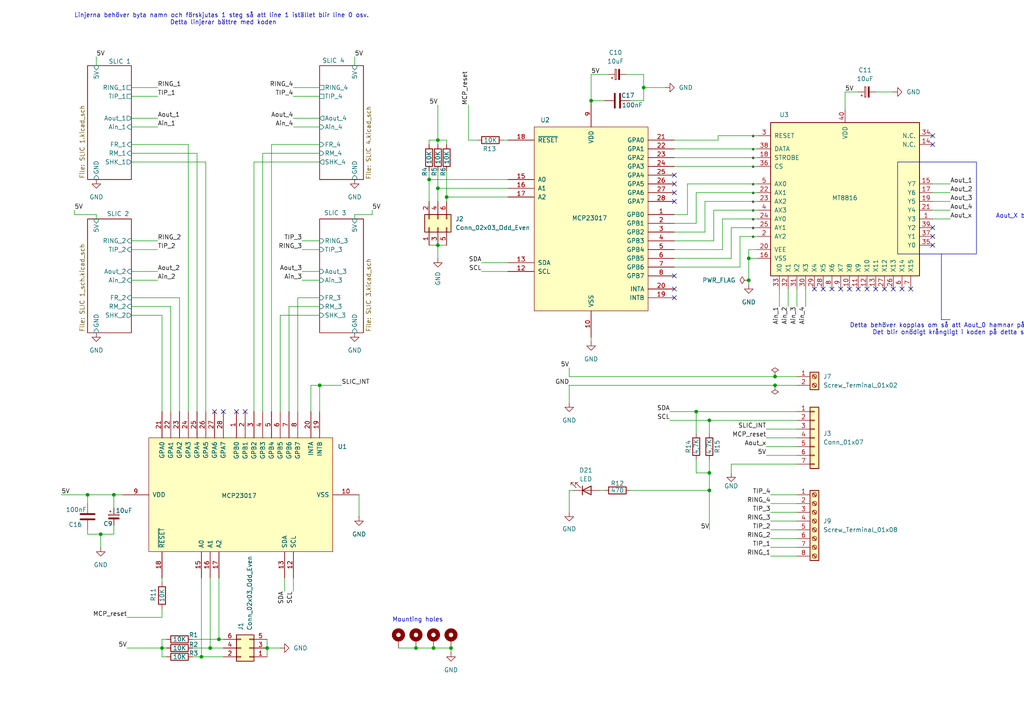
<source format=kicad_sch>
(kicad_sch (version 20231120) (generator "eeschema") (generator_version "8.0")
  (paper "A4")
  (title_block (title "Phone Exchange - Proof of concept") (date "2024-09-04") (rev "1.0"))
  (lib_symbols
    (symbol "Connector:Screw_Terminal_01x02" (pin_names (offset 1.016) hide)
      (property "Reference" "J" (at 0 2.54 0))
      (property "Value" "Screw_Terminal_01x02" (at 0 -5.08 0))
      (symbol "Screw_Terminal_01x02_1_1"
        (rectangle (start -1.27 1.27) (end 1.27 -3.81) (stroke (width 0.254)) (fill (type background)))
        (circle (center 0 -2.54) (radius 0.635) (stroke (width 0.1524)))
        (polyline (pts (xy -0.5334 -2.2098) (xy 0.3302 -3.048)) (stroke (width 0.1524)))
        (polyline (pts (xy -0.5334 0.3302) (xy 0.3302 -0.508)) (stroke (width 0.1524)))
        (polyline (pts (xy -0.3556 -2.032) (xy 0.508 -2.8702)) (stroke (width 0.1524)))
        (polyline (pts (xy -0.3556 0.508) (xy 0.508 -0.3302)) (stroke (width 0.1524)))
        (circle (center 0 0) (radius 0.635) (stroke (width 0.1524)))
        (pin passive line (at -5.08 0 0) (length 3.81) (name "Pin_1") (number "1"))
        (pin passive line (at -5.08 -2.54 0) (length 3.81) (name "Pin_2") (number "2"))
      )
    )
    (symbol "Connector:Screw_Terminal_01x08" (pin_names (offset 1.016) hide)
      (property "Reference" "J" (at 0 10.16 0))
      (property "Value" "Screw_Terminal_01x08" (at 0 -12.7 0))
      (symbol "Screw_Terminal_01x08_1_1"
        (rectangle (start -1.27 8.89) (end 1.27 -11.43) (stroke (width 0.254)) (fill (type background)))
        (circle (center 0 -10.16) (radius 0.635) (stroke (width 0.1524)))
        (circle (center 0 -7.62) (radius 0.635) (stroke (width 0.1524)))
        (circle (center 0 -5.08) (radius 0.635) (stroke (width 0.1524)))
        (circle (center 0 -2.54) (radius 0.635) (stroke (width 0.1524)))
        (polyline (pts (xy -0.5334 -9.8298) (xy 0.3302 -10.668)) (stroke (width 0.1524)))
        (polyline (pts (xy -0.5334 -7.2898) (xy 0.3302 -8.128)) (stroke (width 0.1524)))
        (polyline (pts (xy -0.5334 -4.7498) (xy 0.3302 -5.588)) (stroke (width 0.1524)))
        (polyline (pts (xy -0.5334 -2.2098) (xy 0.3302 -3.048)) (stroke (width 0.1524)))
        (polyline (pts (xy -0.5334 0.3302) (xy 0.3302 -0.508)) (stroke (width 0.1524)))
        (polyline (pts (xy -0.5334 2.8702) (xy 0.3302 2.032)) (stroke (width 0.1524)))
        (polyline (pts (xy -0.5334 5.4102) (xy 0.3302 4.572)) (stroke (width 0.1524)))
        (polyline (pts (xy -0.5334 7.9502) (xy 0.3302 7.112)) (stroke (width 0.1524)))
        (polyline (pts (xy -0.3556 -9.652) (xy 0.508 -10.4902)) (stroke (width 0.1524)))
        (polyline (pts (xy -0.3556 -7.112) (xy 0.508 -7.9502)) (stroke (width 0.1524)))
        (polyline (pts (xy -0.3556 -4.572) (xy 0.508 -5.4102)) (stroke (width 0.1524)))
        (polyline (pts (xy -0.3556 -2.032) (xy 0.508 -2.8702)) (stroke (width 0.1524)))
        (polyline (pts (xy -0.3556 0.508) (xy 0.508 -0.3302)) (stroke (width 0.1524)))
        (polyline (pts (xy -0.3556 3.048) (xy 0.508 2.2098)) (stroke (width 0.1524)))
        (polyline (pts (xy -0.3556 5.588) (xy 0.508 4.7498)) (stroke (width 0.1524)))
        (polyline (pts (xy -0.3556 8.128) (xy 0.508 7.2898)) (stroke (width 0.1524)))
        (circle (center 0 0) (radius 0.635) (stroke (width 0.1524)))
        (circle (center 0 2.54) (radius 0.635) (stroke (width 0.1524)))
        (circle (center 0 5.08) (radius 0.635) (stroke (width 0.1524)))
        (circle (center 0 7.62) (radius 0.635) (stroke (width 0.1524)))
        (pin passive line (at -5.08 7.62 0) (length 3.81) (name "Pin_1") (number "1"))
        (pin passive line (at -5.08 5.08 0) (length 3.81) (name "Pin_2") (number "2"))
        (pin passive line (at -5.08 2.54 0) (length 3.81) (name "Pin_3") (number "3"))
        (pin passive line (at -5.08 0 0) (length 3.81) (name "Pin_4") (number "4"))
        (pin passive line (at -5.08 -2.54 0) (length 3.81) (name "Pin_5") (number "5"))
        (pin passive line (at -5.08 -5.08 0) (length 3.81) (name "Pin_6") (number "6"))
        (pin passive line (at -5.08 -7.62 0) (length 3.81) (name "Pin_7") (number "7"))
        (pin passive line (at -5.08 -10.16 0) (length 3.81) (name "Pin_8") (number "8"))
      )
    )
    (symbol "Connector_Generic:Conn_01x07" (pin_names (offset 1.016) hide)
      (property "Reference" "J" (at 0 10.16 0))
      (property "Value" "Conn_01x07" (at 0 -10.16 0))
      (symbol "Conn_01x07_1_1"
        (rectangle (start -1.27 -7.493) (end 0 -7.747) (stroke (width 0.1524)))
        (rectangle (start -1.27 -4.953) (end 0 -5.207) (stroke (width 0.1524)))
        (rectangle (start -1.27 -2.413) (end 0 -2.667) (stroke (width 0.1524)))
        (rectangle (start -1.27 0.127) (end 0 -0.127) (stroke (width 0.1524)))
        (rectangle (start -1.27 2.667) (end 0 2.413) (stroke (width 0.1524)))
        (rectangle (start -1.27 5.207) (end 0 4.953) (stroke (width 0.1524)))
        (rectangle (start -1.27 7.747) (end 0 7.493) (stroke (width 0.1524)))
        (rectangle (start -1.27 8.89) (end 1.27 -8.89) (stroke (width 0.254)) (fill (type background)))
        (pin passive line (at -5.08 7.62 0) (length 3.81) (name "Pin_1") (number "1"))
        (pin passive line (at -5.08 5.08 0) (length 3.81) (name "Pin_2") (number "2"))
        (pin passive line (at -5.08 2.54 0) (length 3.81) (name "Pin_3") (number "3"))
        (pin passive line (at -5.08 0 0) (length 3.81) (name "Pin_4") (number "4"))
        (pin passive line (at -5.08 -2.54 0) (length 3.81) (name "Pin_5") (number "5"))
        (pin passive line (at -5.08 -5.08 0) (length 3.81) (name "Pin_6") (number "6"))
        (pin passive line (at -5.08 -7.62 0) (length 3.81) (name "Pin_7") (number "7"))
      )
    )
    (symbol "Connector_Generic:Conn_02x03_Odd_Even" (pin_names (offset 1.016) hide)
      (property "Reference" "J" (at 1.27 5.08 0))
      (property "Value" "Conn_02x03_Odd_Even" (at 1.27 -5.08 0))
      (symbol "Conn_02x03_Odd_Even_1_1"
        (rectangle (start -1.27 -2.413) (end 0 -2.667) (stroke (width 0.1524)))
        (rectangle (start -1.27 0.127) (end 0 -0.127) (stroke (width 0.1524)))
        (rectangle (start -1.27 2.667) (end 0 2.413) (stroke (width 0.1524)))
        (rectangle (start -1.27 3.81) (end 3.81 -3.81) (stroke (width 0.254)) (fill (type background)))
        (rectangle (start 3.81 -2.413) (end 2.54 -2.667) (stroke (width 0.1524)))
        (rectangle (start 3.81 0.127) (end 2.54 -0.127) (stroke (width 0.1524)))
        (rectangle (start 3.81 2.667) (end 2.54 2.413) (stroke (width 0.1524)))
        (pin passive line (at -5.08 2.54 0) (length 3.81) (name "Pin_1") (number "1"))
        (pin passive line (at 7.62 2.54 180) (length 3.81) (name "Pin_2") (number "2"))
        (pin passive line (at -5.08 0 0) (length 3.81) (name "Pin_3") (number "3"))
        (pin passive line (at 7.62 0 180) (length 3.81) (name "Pin_4") (number "4"))
        (pin passive line (at -5.08 -2.54 0) (length 3.81) (name "Pin_5") (number "5"))
        (pin passive line (at 7.62 -2.54 180) (length 3.81) (name "Pin_6") (number "6"))
      )
    )
    (symbol "Device:C" (pin_numbers hide) (pin_names (offset 0.254))
      (property "Reference" "C" (at 0.635 2.54 0))
      (property "Value" "C" (at 0.635 -2.54 0))
      (symbol "C_0_1"
        (polyline (pts (xy -2.032 -0.762) (xy 2.032 -0.762)) (stroke (width 0.508)))
        (polyline (pts (xy -2.032 0.762) (xy 2.032 0.762)) (stroke (width 0.508)))
      )
      (symbol "C_1_1"
        (pin passive line (at 0 3.81 270) (length 2.794) (name "~") (number "1"))
        (pin passive line (at 0 -3.81 90) (length 2.794) (name "~") (number "2"))
      )
    )
    (symbol "Device:C_Polarized_Small" (pin_numbers hide) (pin_names (offset 0.254) hide)
      (property "Reference" "C" (at 0.254 1.778 0))
      (property "Value" "C_Polarized_Small" (at 0.254 -2.032 0))
      (symbol "C_Polarized_Small_0_1"
        (rectangle (start -1.524 -0.3048) (end 1.524 -0.6858) (fill (type outline)))
        (rectangle (start -1.524 0.6858) (end 1.524 0.3048))
        (polyline (pts (xy -1.27 1.524) (xy -0.762 1.524)))
        (polyline (pts (xy -1.016 1.27) (xy -1.016 1.778)))
      )
      (symbol "C_Polarized_Small_1_1"
        (pin passive line (at 0 2.54 270) (length 1.8542) (name "~") (number "1"))
        (pin passive line (at 0 -2.54 90) (length 1.8542) (name "~") (number "2"))
      )
    )
    (symbol "Device:LED" (pin_numbers hide) (pin_names (offset 1.016) hide)
      (property "Reference" "D" (at 0 2.54 0))
      (property "Value" "LED" (at 0 -2.54 0))
      (symbol "LED_0_1"
        (polyline (pts (xy -1.27 -1.27) (xy -1.27 1.27)) (stroke (width 0.254)))
        (polyline (pts (xy -1.27 0) (xy 1.27 0)))
        (polyline (pts (xy 1.27 -1.27) (xy 1.27 1.27) (xy -1.27 0) (xy 1.27 -1.27)) (stroke (width 0.254)))
        (polyline (pts (xy -3.048 -0.762) (xy -4.572 -2.286) (xy -3.81 -2.286) (xy -4.572 -2.286) (xy -4.572 -1.524)))
        (polyline (pts (xy -1.778 -0.762) (xy -3.302 -2.286) (xy -2.54 -2.286) (xy -3.302 -2.286) (xy -3.302 -1.524)))
      )
      (symbol "LED_1_1"
        (pin passive line (at -3.81 0 0) (length 2.54) (name "K") (number "1"))
        (pin passive line (at 3.81 0 180) (length 2.54) (name "A") (number "2"))
      )
    )
    (symbol "Device:R" (pin_numbers hide) (pin_names (offset 0))
      (property "Reference" "R" (at 2.032 0 90))
      (property "Value" "R" (at 0 0 90))
      (symbol "R_0_1"
        (rectangle (start -1.016 -2.54) (end 1.016 2.54) (stroke (width 0.254)))
      )
      (symbol "R_1_1"
        (pin passive line (at 0 3.81 270) (length 1.27) (name "~") (number "1"))
        (pin passive line (at 0 -3.81 90) (length 1.27) (name "~") (number "2"))
      )
    )
    (symbol "JW_library_sym:MCP23017" (pin_names (offset 1.016))
      (property "Reference" "U" (at -13.97 27.94 0))
      (property "Value" "MCP23017" (at 11.43 -27.94 0))
      (symbol "MCP23017_1_0"
        (rectangle (start -16.51 26.67) (end 16.51 -26.67) (fill (type background)))
      )
      (symbol "MCP23017_1_1"
        (pin tri_state line (at 24.13 1.27 180) (length 7.62) (name "GPB0") (number "1"))
        (pin power_in line (at 0 -34.29 90) (length 7.62) (name "VSS") (number "10"))
        (pin input line (at -24.13 -15.24 0) (length 7.62) (name "SCL") (number "12"))
        (pin tri_state line (at -24.13 -12.7 0) (length 7.62) (name "SDA") (number "13"))
        (pin input line (at -24.13 11.43 0) (length 7.62) (name "A0") (number "15"))
        (pin input line (at -24.13 8.89 0) (length 7.62) (name "A1") (number "16"))
        (pin input line (at -24.13 6.35 0) (length 7.62) (name "A2") (number "17"))
        (pin input line (at -24.13 22.86 0) (length 7.62) (name "~{RESET}") (number "18"))
        (pin output line (at 24.13 -22.86 180) (length 7.62) (name "INTB") (number "19"))
        (pin tri_state line (at 24.13 -1.27 180) (length 7.62) (name "GPB1") (number "2"))
        (pin output line (at 24.13 -20.32 180) (length 7.62) (name "INTA") (number "20"))
        (pin tri_state line (at 24.13 22.86 180) (length 7.62) (name "GPA0") (number "21"))
        (pin tri_state line (at 24.13 20.32 180) (length 7.62) (name "GPA1") (number "22"))
        (pin tri_state line (at 24.13 17.78 180) (length 7.62) (name "GPA2") (number "23"))
        (pin tri_state line (at 24.13 15.24 180) (length 7.62) (name "GPA3") (number "24"))
        (pin tri_state line (at 24.13 12.7 180) (length 7.62) (name "GPA4") (number "25"))
        (pin tri_state line (at 24.13 10.16 180) (length 7.62) (name "GPA5") (number "26"))
        (pin tri_state line (at 24.13 7.62 180) (length 7.62) (name "GPA6") (number "27"))
        (pin tri_state line (at 24.13 5.08 180) (length 7.62) (name "GPA7") (number "28"))
        (pin tri_state line (at 24.13 -3.81 180) (length 7.62) (name "GPB2") (number "3"))
        (pin tri_state line (at 24.13 -6.35 180) (length 7.62) (name "GPB3") (number "4"))
        (pin tri_state line (at 24.13 -8.89 180) (length 7.62) (name "GPB4") (number "5"))
        (pin tri_state line (at 24.13 -11.43 180) (length 7.62) (name "GPB5") (number "6"))
        (pin tri_state line (at 24.13 -13.97 180) (length 7.62) (name "GPB6") (number "7"))
        (pin tri_state line (at 24.13 -16.51 180) (length 7.62) (name "GPB7") (number "8"))
        (pin power_in line (at 0 34.29 270) (length 7.62) (name "VDD") (number "9"))
      )
    )
    (symbol "JW_library_sym:MT8816" (pin_names (offset 1.016))
      (property "Reference" "U" (at 6.35 35.56 0))
      (property "Value" "MT8816" (at -1.524 9.398 0))
      (symbol "MT8816_1_1"
        (rectangle (start -19.05 31.75) (end 24.13 -12.7) (stroke (width 0.254)) (fill (type background)))
        (pin passive line (at 27.94 3.81 180) (length 3.81) (name "Y3") (number "1"))
        (pin passive line (at 3.81 -16.51 90) (length 3.81) (name "X8") (number "10"))
        (pin passive line (at 6.35 -16.51 90) (length 3.81) (name "X9") (number "11"))
        (pin passive line (at 8.89 -16.51 90) (length 3.81) (name "X10") (number "12"))
        (pin passive line (at 11.43 -16.51 90) (length 3.81) (name "X11") (number "13"))
        (pin passive line (at 27.94 25.4 180) (length 3.81) (name "N.C.") (number "14"))
        (pin passive line (at 27.94 13.97 180) (length 3.81) (name "Y7") (number "15"))
        (pin power_in line (at -22.86 -7.62 0) (length 3.81) (name "VSS") (number "16"))
        (pin passive line (at 27.94 11.43 180) (length 3.81) (name "Y6") (number "17"))
        (pin input line (at -22.86 21.59 0) (length 3.81) (name "STROBE") (number "18"))
        (pin passive line (at 27.94 8.89 180) (length 3.81) (name "Y5") (number "19"))
        (pin input line (at -22.86 -1.27 0) (length 3.81) (name "AY2") (number "2"))
        (pin power_in line (at -22.86 -5.08 0) (length 3.81) (name "VEE") (number "20"))
        (pin passive line (at 27.94 6.35 180) (length 3.81) (name "Y4") (number "21"))
        (pin input line (at -22.86 11.43 0) (length 3.81) (name "AX1") (number "22"))
        (pin input line (at -22.86 8.89 0) (length 3.81) (name "AX2") (number "23"))
        (pin input line (at -22.86 3.81 0) (length 3.81) (name "AY0") (number "24"))
        (pin input line (at -22.86 1.27 0) (length 3.81) (name "AY1") (number "25"))
        (pin passive line (at 16.51 -16.51 90) (length 3.81) (name "X13") (number "26"))
        (pin passive line (at 13.97 -16.51 90) (length 3.81) (name "X12") (number "27"))
        (pin passive line (at -3.81 -16.51 90) (length 3.81) (name "X5") (number "28"))
        (pin passive line (at -6.35 -16.51 90) (length 3.81) (name "X4") (number "29"))
        (pin input line (at -22.86 27.94 0) (length 3.81) (name "RESET") (number "3"))
        (pin passive line (at -8.89 -16.51 90) (length 3.81) (name "X3") (number "30"))
        (pin passive line (at -11.43 -16.51 90) (length 3.81) (name "X2") (number "31"))
        (pin passive line (at -13.97 -16.51 90) (length 3.81) (name "X1") (number "32"))
        (pin passive line (at -16.51 -16.51 90) (length 3.81) (name "X0") (number "33"))
        (pin passive line (at 27.94 27.94 180) (length 3.81) (name "N.C.") (number "34"))
        (pin passive line (at 27.94 -3.81 180) (length 3.81) (name "Y0") (number "35"))
        (pin input line (at -22.86 19.05 0) (length 3.81) (name "CS") (number "36"))
        (pin passive line (at 27.94 -1.27 180) (length 3.81) (name "Y1") (number "37"))
        (pin input line (at -22.86 24.13 0) (length 3.81) (name "DATA") (number "38"))
        (pin passive line (at 27.94 1.27 180) (length 3.81) (name "Y2") (number "39"))
        (pin input line (at -22.86 6.35 0) (length 3.81) (name "AX3") (number "4"))
        (pin power_in line (at 2.54 35.56 270) (length 3.81) (name "VDD") (number "40"))
        (pin input line (at -22.86 13.97 0) (length 3.81) (name "AX0") (number "5"))
        (pin passive line (at 19.05 -16.51 90) (length 3.81) (name "X14") (number "6"))
        (pin passive line (at 21.59 -16.51 90) (length 3.81) (name "X15") (number "7"))
        (pin passive line (at -1.27 -16.51 90) (length 3.81) (name "X6") (number "8"))
        (pin passive line (at 1.27 -16.51 90) (length 3.81) (name "X7") (number "9"))
      )
    )
    (symbol "Mechanical:MountingHole_Pad" (pin_numbers hide) (pin_names (offset 1.016) hide) (exclude_from_sim yes) (in_bom no)
      (property "Reference" "H" (at 0 6.35 0))
      (property "Value" "MountingHole_Pad" (at 0 4.445 0))
      (symbol "MountingHole_Pad_0_1"
        (circle (center 0 1.27) (radius 1.27) (stroke (width 1.27)))
      )
      (symbol "MountingHole_Pad_1_1"
        (pin input line (at 0 -2.54 90) (length 2.54) (name "1") (number "1"))
      )
    )
    (symbol "power:GND" (power) (pin_numbers hide) (pin_names (offset 0) hide)
      (property "Value" "GND" (at 0 -3.81 0))
      (symbol "GND_0_1"
        (polyline (pts (xy 0 0) (xy 0 -1.27) (xy 1.27 -1.27) (xy 0 -2.54) (xy -1.27 -1.27) (xy 0 -1.27)))
      )
      (symbol "GND_1_1"
        (pin power_in line (at 0 0 270) (length 0) (name "~") (number "1"))
      )
    )
    (symbol "power:PWR_FLAG" (power) (pin_numbers hide) (pin_names (offset 0) hide)
      (property "Value" "PWR_FLAG" (at 0 3.81 0))
      (symbol "PWR_FLAG_0_0"
        (pin power_out line (at 0 0 90) (length 0) (name "~") (number "1"))
      )
      (symbol "PWR_FLAG_0_1"
        (polyline (pts (xy 0 0) (xy 0 1.27) (xy -1.016 1.905) (xy 0 2.54) (xy 1.016 1.905) (xy 0 1.27)))
      )
    )
  )
  (junction (at 46.99 187.96))
  (junction (at 92.71 111.76))
  (junction (at 205.74 121.92))
  (junction (at 124.46 52.07))
  (junction (at 125.73 187.96))
  (junction (at 127 54.61))
  (junction (at 224.79 109.22))
  (junction (at 171.45 29.21))
  (junction (at 77.47 187.96))
  (junction (at 217.17 74.93))
  (junction (at 60.96 187.96))
  (junction (at 129.54 57.15))
  (junction (at 205.74 137.16))
  (junction (at 58.42 190.5))
  (junction (at 63.5 185.42))
  (junction (at 127 71.12))
  (junction (at 186.69 25.4))
  (junction (at 201.93 119.38))
  (junction (at 217.17 81.28))
  (junction (at 130.81 187.96))
  (junction (at 25.4 143.51))
  (junction (at 224.79 111.76))
  (junction (at 29.21 154.94))
  (junction (at 205.74 142.24))
  (junction (at 33.02 143.51))
  (junction (at 127 40.64))
  (junction (at 120.65 187.96))
  (no_connect (at 270.51 71.12))
  (no_connect (at 270.51 66.04))
  (no_connect (at 195.58 55.88))
  (no_connect (at 195.58 80.01))
  (no_connect (at 195.58 58.42))
  (no_connect (at 238.76 83.82))
  (no_connect (at 195.58 86.36))
  (no_connect (at 270.51 41.91))
  (no_connect (at 243.84 83.82))
  (no_connect (at 241.3 83.82))
  (no_connect (at 195.58 53.34))
  (no_connect (at 261.62 83.82))
  (no_connect (at 256.54 83.82))
  (no_connect (at 64.77 119.38))
  (no_connect (at 248.92 83.82))
  (no_connect (at 251.46 83.82))
  (no_connect (at 270.51 39.37))
  (no_connect (at 62.23 119.38))
  (no_connect (at 264.16 83.82))
  (no_connect (at 254 83.82))
  (no_connect (at 236.22 83.82))
  (no_connect (at 195.58 50.8))
  (no_connect (at 71.12 119.38))
  (no_connect (at 68.58 119.38))
  (no_connect (at 270.51 68.58))
  (no_connect (at 195.58 83.82))
  (no_connect (at 259.08 83.82))
  (no_connect (at 246.38 83.82))
  (wire (pts (xy 204.47 67.31) (xy 204.47 58.42)))
  (wire (pts (xy 73.66 46.99) (xy 73.66 119.38)))
  (wire (pts (xy 127 71.12) (xy 127 74.93)))
  (wire (pts (xy 207.01 69.85) (xy 207.01 60.96)))
  (wire (pts (xy 186.69 25.4) (xy 186.69 21.59)))
  (wire (pts (xy 129.54 57.15) (xy 147.32 57.15)))
  (wire (pts (xy 201.93 137.16) (xy 205.74 137.16)))
  (wire (pts (xy 214.63 68.58) (xy 219.71 68.58)))
  (wire (pts (xy 205.74 121.92) (xy 205.74 125.73)))
  (wire (pts (xy 52.07 86.36) (xy 52.07 119.38)))
  (wire (pts (xy 270.51 55.88) (xy 275.59 55.88)))
  (wire (pts (xy 270.51 60.96) (xy 275.59 60.96)))
  (wire (pts (xy 214.63 77.47) (xy 214.63 68.58)))
  (wire (pts (xy 58.42 190.5) (xy 58.42 167.64)))
  (wire (pts (xy 102.87 16.51) (xy 102.87 19.05)))
  (wire (pts (xy 201.93 64.77) (xy 201.93 55.88)))
  (wire (pts (xy 223.52 146.05) (xy 231.14 146.05)))
  (wire (pts (xy 90.17 111.76) (xy 92.71 111.76)))
  (wire (pts (xy 57.15 44.45) (xy 57.15 119.38)))
  (wire (pts (xy 77.47 190.5) (xy 77.47 187.96)))
  (wire (pts (xy 63.5 185.42) (xy 63.5 167.64)))
  (wire (pts (xy 270.51 53.34) (xy 275.59 53.34)))
  (wire (pts (xy 171.45 29.21) (xy 175.26 29.21)))
  (wire (pts (xy 125.73 187.96) (xy 130.81 187.96)))
  (wire (pts (xy 219.71 72.39) (xy 217.17 72.39)))
  (wire (pts (xy 38.1 25.4) (xy 45.72 25.4)))
  (wire (pts (xy 222.25 132.08) (xy 231.14 132.08)))
  (wire (pts (xy 195.58 45.72) (xy 219.71 45.72)))
  (wire (pts (xy 86.36 86.36) (xy 86.36 119.38)))
  (wire (pts (xy 231.14 134.62) (xy 212.09 134.62)))
  (wire (pts (xy 127 54.61) (xy 127 58.42)))
  (wire (pts (xy 82.55 167.64) (xy 82.55 171.45)))
  (wire (pts (xy 38.1 78.74) (xy 45.72 78.74)))
  (wire (pts (xy 223.52 161.29) (xy 231.14 161.29)))
  (wire (pts (xy 195.58 67.31) (xy 204.47 67.31)))
  (wire (pts (xy 55.88 190.5) (xy 58.42 190.5)))
  (wire (pts (xy 233.68 83.82) (xy 233.68 88.9)))
  (wire (pts (xy 222.25 124.46) (xy 231.14 124.46)))
  (wire (pts (xy 129.54 57.15) (xy 129.54 58.42)))
  (wire (pts (xy 223.52 156.21) (xy 231.14 156.21)))
  (wire (pts (xy 186.69 25.4) (xy 193.04 25.4)))
  (wire (pts (xy 207.01 60.96) (xy 219.71 60.96)))
  (wire (pts (xy 73.66 46.99) (xy 92.71 46.99)))
  (wire (pts (xy 129.54 40.64) (xy 129.54 41.91)))
  (wire (pts (xy 248.92 26.67) (xy 245.11 26.67)))
  (wire (pts (xy 127 40.64) (xy 129.54 40.64)))
  (wire (pts (xy 201.93 55.88) (xy 219.71 55.88)))
  (wire (pts (xy 199.39 53.34) (xy 219.71 53.34)))
  (wire (pts (xy 33.02 154.94) (xy 33.02 152.4)))
  (wire (pts (xy 205.74 133.35) (xy 205.74 137.16)))
  (wire (pts (xy 201.93 119.38) (xy 231.14 119.38)))
  (wire (pts (xy 181.61 21.59) (xy 186.69 21.59)))
  (wire (pts (xy 33.02 143.51) (xy 33.02 147.32)))
  (wire (pts (xy 38.1 88.9) (xy 49.53 88.9)))
  (wire (pts (xy 124.46 71.12) (xy 127 71.12)))
  (wire (pts (xy 46.99 185.42) (xy 48.26 185.42)))
  (wire (pts (xy 201.93 119.38) (xy 201.93 125.73)))
  (wire (pts (xy 127 49.53) (xy 127 54.61)))
  (wire (pts (xy 46.99 190.5) (xy 48.26 190.5)))
  (polyline (pts (xy 273.05 73.66) (xy 273.05 92.71)))
  (wire (pts (xy 60.96 187.96) (xy 60.96 167.64)))
  (wire (pts (xy 90.17 119.38) (xy 90.17 111.76)))
  (wire (pts (xy 254 26.67) (xy 259.08 26.67)))
  (wire (pts (xy 195.58 40.64) (xy 208.28 40.64)))
  (wire (pts (xy 195.58 64.77) (xy 201.93 64.77)))
  (wire (pts (xy 60.96 187.96) (xy 64.77 187.96)))
  (wire (pts (xy 270.51 58.42) (xy 275.59 58.42)))
  (wire (pts (xy 85.09 25.4) (xy 92.71 25.4)))
  (wire (pts (xy 85.09 27.94) (xy 92.71 27.94)))
  (wire (pts (xy 38.1 69.85) (xy 45.72 69.85)))
  (wire (pts (xy 81.28 91.44) (xy 92.71 91.44)))
  (wire (pts (xy 58.42 190.5) (xy 64.77 190.5)))
  (wire (pts (xy 38.1 44.45) (xy 57.15 44.45)))
  (wire (pts (xy 87.63 78.74) (xy 92.71 78.74)))
  (wire (pts (xy 46.99 167.64) (xy 46.99 168.91)))
  (polyline (pts (xy 273.05 92.71) (xy 275.59 92.71)))
  (wire (pts (xy 29.21 158.75) (xy 29.21 154.94)))
  (wire (pts (xy 46.99 179.07) (xy 46.99 176.53)))
  (wire (pts (xy 54.61 41.91) (xy 54.61 119.38)))
  (wire (pts (xy 195.58 69.85) (xy 207.01 69.85)))
  (wire (pts (xy 46.99 187.96) (xy 46.99 190.5)))
  (wire (pts (xy 205.74 121.92) (xy 231.14 121.92)))
  (wire (pts (xy 186.69 29.21) (xy 186.69 25.4)))
  (wire (pts (xy 54.61 41.91) (xy 38.1 41.91)))
  (wire (pts (xy 55.88 185.42) (xy 63.5 185.42)))
  (wire (pts (xy 36.83 187.96) (xy 46.99 187.96)))
  (wire (pts (xy 194.31 121.92) (xy 205.74 121.92)))
  (wire (pts (xy 49.53 88.9) (xy 49.53 119.38)))
  (wire (pts (xy 245.11 26.67) (xy 245.11 31.75)))
  (wire (pts (xy 38.1 72.39) (xy 45.72 72.39)))
  (wire (pts (xy 27.94 62.23) (xy 27.94 63.5)))
  (wire (pts (xy 194.31 119.38) (xy 201.93 119.38)))
  (wire (pts (xy 195.58 43.18) (xy 219.71 43.18)))
  (wire (pts (xy 205.74 137.16) (xy 205.74 142.24)))
  (wire (pts (xy 165.1 142.24) (xy 165.1 148.59)))
  (wire (pts (xy 77.47 187.96) (xy 77.47 185.42)))
  (wire (pts (xy 209.55 63.5) (xy 219.71 63.5)))
  (wire (pts (xy 83.82 88.9) (xy 92.71 88.9)))
  (wire (pts (xy 182.88 29.21) (xy 186.69 29.21)))
  (wire (pts (xy 171.45 21.59) (xy 171.45 29.21)))
  (wire (pts (xy 195.58 48.26) (xy 219.71 48.26)))
  (wire (pts (xy 46.99 187.96) (xy 48.26 187.96)))
  (wire (pts (xy 217.17 81.28) (xy 217.17 82.55)))
  (wire (pts (xy 21.59 60.96) (xy 21.59 62.23)))
  (wire (pts (xy 85.09 34.29) (xy 92.71 34.29)))
  (wire (pts (xy 127 40.64) (xy 127 41.91)))
  (wire (pts (xy 25.4 143.51) (xy 25.4 146.05)))
  (wire (pts (xy 228.6 83.82) (xy 228.6 88.9)))
  (wire (pts (xy 81.28 91.44) (xy 81.28 119.38)))
  (wire (pts (xy 166.37 142.24) (xy 165.1 142.24)))
  (wire (pts (xy 223.52 148.59) (xy 231.14 148.59)))
  (wire (pts (xy 92.71 81.28) (xy 87.63 81.28)))
  (wire (pts (xy 224.79 111.76) (xy 231.14 111.76)))
  (wire (pts (xy 104.14 143.51) (xy 104.14 149.86)))
  (wire (pts (xy 92.71 41.91) (xy 78.74 41.91)))
  (wire (pts (xy 223.52 158.75) (xy 231.14 158.75)))
  (wire (pts (xy 175.26 142.24) (xy 173.99 142.24)))
  (wire (pts (xy 76.2 44.45) (xy 76.2 119.38)))
  (wire (pts (xy 46.99 91.44) (xy 46.99 119.38)))
  (wire (pts (xy 55.88 187.96) (xy 60.96 187.96)))
  (wire (pts (xy 135.89 30.48) (xy 135.89 40.64)))
  (wire (pts (xy 195.58 77.47) (xy 214.63 77.47)))
  (wire (pts (xy 78.74 41.91) (xy 78.74 119.38)))
  (wire (pts (xy 195.58 72.39) (xy 209.55 72.39)))
  (wire (pts (xy 222.25 129.54) (xy 231.14 129.54)))
  (wire (pts (xy 224.79 109.22) (xy 231.14 109.22)))
  (wire (pts (xy 59.69 46.99) (xy 59.69 119.38)))
  (wire (pts (xy 135.89 40.64) (xy 138.43 40.64)))
  (wire (pts (xy 209.55 72.39) (xy 209.55 63.5)))
  (wire (pts (xy 223.52 143.51) (xy 231.14 143.51)))
  (wire (pts (xy 115.57 187.96) (xy 120.65 187.96)))
  (wire (pts (xy 217.17 72.39) (xy 217.17 74.93)))
  (wire (pts (xy 182.88 142.24) (xy 205.74 142.24)))
  (wire (pts (xy 222.25 127) (xy 231.14 127)))
  (wire (pts (xy 29.21 154.94) (xy 33.02 154.94)))
  (wire (pts (xy 217.17 74.93) (xy 219.71 74.93)))
  (wire (pts (xy 127 54.61) (xy 147.32 54.61)))
  (wire (pts (xy 139.7 78.74) (xy 147.32 78.74)))
  (wire (pts (xy 21.59 62.23) (xy 27.94 62.23)))
  (wire (pts (xy 107.95 60.96) (xy 107.95 62.23)))
  (wire (pts (xy 212.09 74.93) (xy 212.09 66.04)))
  (wire (pts (xy 212.09 134.62) (xy 212.09 137.16)))
  (wire (pts (xy 38.1 81.28) (xy 45.72 81.28)))
  (wire (pts (xy 38.1 91.44) (xy 46.99 91.44)))
  (wire (pts (xy 83.82 88.9) (xy 83.82 119.38)))
  (wire (pts (xy 87.63 69.85) (xy 92.71 69.85)))
  (wire (pts (xy 165.1 111.76) (xy 165.1 116.84)))
  (wire (pts (xy 165.1 106.68) (xy 165.1 109.22)))
  (wire (pts (xy 38.1 36.83) (xy 45.72 36.83)))
  (wire (pts (xy 76.2 44.45) (xy 92.71 44.45)))
  (wire (pts (xy 59.69 46.99) (xy 38.1 46.99)))
  (wire (pts (xy 17.78 143.51) (xy 25.4 143.51)))
  (wire (pts (xy 92.71 86.36) (xy 86.36 86.36)))
  (wire (pts (xy 27.94 16.51) (xy 27.94 19.05)))
  (wire (pts (xy 217.17 74.93) (xy 217.17 81.28)))
  (wire (pts (xy 85.09 36.83) (xy 92.71 36.83)))
  (wire (pts (xy 85.09 167.64) (xy 85.09 171.45)))
  (wire (pts (xy 107.95 62.23) (xy 102.87 62.23)))
  (wire (pts (xy 124.46 52.07) (xy 124.46 58.42)))
  (wire (pts (xy 92.71 111.76) (xy 99.06 111.76)))
  (wire (pts (xy 146.05 40.64) (xy 147.32 40.64)))
  (wire (pts (xy 25.4 153.67) (xy 25.4 154.94)))
  (wire (pts (xy 46.99 185.42) (xy 46.99 187.96)))
  (wire (pts (xy 208.28 40.64) (xy 208.28 39.37)))
  (wire (pts (xy 124.46 40.64) (xy 124.46 41.91)))
  (wire (pts (xy 129.54 49.53) (xy 129.54 57.15)))
  (wire (pts (xy 127 71.12) (xy 129.54 71.12)))
  (wire (pts (xy 223.52 153.67) (xy 231.14 153.67)))
  (wire (pts (xy 270.51 63.5) (xy 275.59 63.5)))
  (wire (pts (xy 124.46 52.07) (xy 147.32 52.07)))
  (wire (pts (xy 205.74 142.24) (xy 205.74 153.67)))
  (wire (pts (xy 130.81 189.23) (xy 130.81 187.96)))
  (wire (pts (xy 171.45 97.79) (xy 171.45 99.06)))
  (wire (pts (xy 102.87 62.23) (xy 102.87 63.5)))
  (wire (pts (xy 127 40.64) (xy 124.46 40.64)))
  (wire (pts (xy 201.93 133.35) (xy 201.93 137.16)))
  (wire (pts (xy 195.58 62.23) (xy 199.39 62.23)))
  (wire (pts (xy 199.39 62.23) (xy 199.39 53.34)))
  (wire (pts (xy 36.83 179.07) (xy 46.99 179.07)))
  (wire (pts (xy 120.65 187.96) (xy 125.73 187.96)))
  (wire (pts (xy 223.52 151.13) (xy 231.14 151.13)))
  (wire (pts (xy 208.28 39.37) (xy 219.71 39.37)))
  (wire (pts (xy 92.71 119.38) (xy 92.71 111.76)))
  (wire (pts (xy 165.1 111.76) (xy 224.79 111.76)))
  (wire (pts (xy 226.06 83.82) (xy 226.06 88.9)))
  (wire (pts (xy 195.58 74.93) (xy 212.09 74.93)))
  (wire (pts (xy 38.1 34.29) (xy 45.72 34.29)))
  (wire (pts (xy 38.1 27.94) (xy 45.72 27.94)))
  (wire (pts (xy 38.1 86.36) (xy 52.07 86.36)))
  (wire (pts (xy 139.7 76.2) (xy 147.32 76.2)))
  (wire (pts (xy 63.5 185.42) (xy 64.77 185.42)))
  (wire (pts (xy 87.63 72.39) (xy 92.71 72.39)))
  (wire (pts (xy 231.14 83.82) (xy 231.14 88.9)))
  (wire (pts (xy 33.02 143.51) (xy 35.56 143.51)))
  (wire (pts (xy 165.1 109.22) (xy 224.79 109.22)))
  (wire (pts (xy 127 30.48) (xy 127 40.64)))
  (wire (pts (xy 171.45 21.59) (xy 176.53 21.59)))
  (wire (pts (xy 124.46 49.53) (xy 124.46 52.07)))
  (wire (pts (xy 25.4 143.51) (xy 33.02 143.51)))
  (wire (pts (xy 25.4 154.94) (xy 29.21 154.94)))
  (wire (pts (xy 77.47 187.96) (xy 81.28 187.96)))
  (wire (pts (xy 212.09 66.04) (xy 219.71 66.04)))
  (wire (pts (xy 204.47 58.42) (xy 219.71 58.42)))
  (rectangle (start 260.35 46.99) (end 283.21 73.66))
  (text "Linjerna behöver byta namn och förskjutas 1 steg så att line 1 istället blir line 0 osv. \nDetta linjerar bättre med koden" (at 64.77 5.588 0) (effects (font (size 1.27 1.27))))
  (text "Mounting holes\n" (at 121.158 179.832 0) (effects (font (size 1.27 1.27))))
  (text "Detta behöver kopplas om så att Aout_0 hamnar på Y0 osv. \nDet blir onödigt krångligt i koden på detta sätt\n" (at 276.352 95.504 0) (effects (font (size 1.27 1.27))))
  (text "Aout_X borde döpas om och läggas bland en utav X-ingångarna" (at 320.548 62.738 0) (effects (font (size 1.27 1.27))))
  (label "Ain_3" (at 87.63 81.28 180))
  (label "Aout_x" (at 275.59 63.5 0))
  (label "5V" (at 17.78 143.51 0))
  (label "Aout_1" (at 275.59 53.34 0))
  (label "Aout_1" (at 45.72 34.29 0))
  (label "RING_2" (at 45.72 69.85 0))
  (label "5V" (at 171.45 21.59 0))
  (label "SCL" (at 194.31 121.92 180))
  (label "5V" (at 36.83 187.96 180))
  (label "Ain_2" (at 228.6 88.9 270))
  (label "Aout_3" (at 275.59 58.42 0))
  (label "RING_4" (at 223.52 146.05 180))
  (label "Aout_3" (at 87.63 78.74 180))
  (label "RING_3" (at 87.63 72.39 180))
  (label "SDA" (at 194.31 119.38 180))
  (label "TIP_4" (at 223.52 143.51 180))
  (label "TIP_4" (at 85.09 27.94 180))
  (label "Aout_2" (at 275.59 55.88 0))
  (label "TIP_3" (at 223.52 148.59 180))
  (label "RING_3" (at 223.52 151.13 180))
  (label "Ain_1" (at 226.06 88.9 270))
  (label "Aout_x" (at 222.25 129.54 180))
  (label "5V" (at 21.59 60.96 0))
  (label "Aout_4" (at 85.09 34.29 180))
  (label "SLIC_INT" (at 99.06 111.76 0))
  (label "Aout_4" (at 275.59 60.96 0))
  (label "5V" (at 107.95 60.96 0))
  (label "TIP_3" (at 87.63 69.85 180))
  (label "SCL" (at 139.7 78.74 180))
  (label "MCP_reset" (at 222.25 127 180))
  (label "5V" (at 222.25 132.08 180))
  (label "RING_2" (at 223.52 156.21 180))
  (label "TIP_1" (at 45.72 27.94 0))
  (label "TIP_1" (at 223.52 158.75 180))
  (label "MCP_reset" (at 135.89 30.48 90))
  (label "Aout_2" (at 45.72 78.74 0))
  (label "5V" (at 127 30.48 180))
  (label "RING_1" (at 223.52 161.29 180))
  (label "Ain_4" (at 85.09 36.83 180))
  (label "TIP_2" (at 45.72 72.39 0))
  (label "MCP_reset" (at 36.83 179.07 180))
  (label "Ain_4" (at 233.68 88.9 270))
  (label "Ain_2" (at 45.72 81.28 0))
  (label "Ain_1" (at 45.72 36.83 0))
  (label "5V" (at 27.94 16.51 0))
  (label "Ain_3" (at 231.14 88.9 270))
  (label "5V" (at 165.1 106.68 180))
  (label "RING_1" (at 45.72 25.4 0))
  (label "5V" (at 102.87 16.51 0))
  (label "5V" (at 205.74 153.67 180))
  (label "SDA" (at 82.55 171.45 270))
  (label "RING_4" (at 85.09 25.4 180))
  (label "SDA" (at 139.7 76.2 180))
  (label "SLIC_INT" (at 222.25 124.46 180))
  (label "SCL" (at 85.09 171.45 270))
  (label "5V" (at 245.11 26.67 0))
  (label "TIP_2" (at 223.52 153.67 180))
  (label "GND" (at 165.1 111.76 180))
  (netclass_flag "" (length 0.1) (shape dot) (at 218.44 63.5 180) (property "Netclass" "Signal" (effects (hide yes))))
  (netclass_flag "" (length 0.1) (shape dot) (at 218.44 66.04 180) (property "Netclass" "Signal" (effects (hide yes))))
  (netclass_flag "" (length 0.1) (shape dot) (at 218.44 55.88 180) (property "Netclass" "Signal" (effects (hide yes))))
  (netclass_flag "" (length 0.1) (shape dot) (at 218.44 39.37 180) (property "Netclass" "Signal" (effects (hide yes))))
  (netclass_flag "" (length 0.1) (shape dot) (at 218.44 48.26 180) (property "Netclass" "Signal" (effects (hide yes))))
  (netclass_flag "" (length 0.1) (shape dot) (at 218.44 53.34 180) (property "Netclass" "Signal" (effects (hide yes))))
  (netclass_flag "" (length 0.1) (shape dot) (at 218.44 58.42 180) (property "Netclass" "Signal" (effects (hide yes))))
  (netclass_flag "" (length 0.1) (shape dot) (at 218.44 60.96 180) (property "Netclass" "Signal" (effects (hide yes))))
  (netclass_flag "" (length 0.1) (shape dot) (at 218.44 43.18 180) (property "Netclass" "Signal" (effects (hide yes))))
  (netclass_flag "" (length 0.1) (shape dot) (at 218.44 45.72 180) (property "Netclass" "Signal" (effects (hide yes))))
  (netclass_flag "" (length 0.1) (shape dot) (at 218.44 68.58 180) (property "Netclass" "Signal" (effects (hide yes))))
  (symbol (lib_id "power:GND") (at 165.1 148.59 0) (mirror y) (unit 1)
    (property "Reference" "#PWR026" (effects (hide yes)))
    (property "Value" "GND" (at 165.1 153.416 0))
    (property "Description" "Power symbol creates a global label with name \"GND\" , ground" (effects (hide yes)))
  )
  (symbol (lib_id "power:PWR_FLAG") (at 217.17 81.28 90) (unit 1) (in_bom no) (on_board no)
    (property "Reference" "#FLG01" (effects (hide yes)))
    (property "Value" "PWR_FLAG" (at 213.36 81.2799 90) (effects (justify left)))
    (property "Description" "Special symbol for telling ERC where power comes from" (effects (hide yes)))
  )
  (symbol (lib_id "power:GND") (at 81.28 187.96 90) (unit 1)
    (property "Reference" "#PWR010" (effects (hide yes)))
    (property "Value" "GND" (at 85.09 187.9599 90) (effects (justify right)))
    (property "Description" "Power symbol creates a global label with name \"GND\" , ground" (effects (hide yes)))
  )
  (symbol (lib_id "Device:R") (at 179.07 142.24 270) (mirror x) (unit 1)
    (property "Reference" "R12" (at 179.07 140.208 90))
    (property "Value" "470" (at 179.07 142.24 90))
    (property "Footprint" "Resistor_THT:R_Axial_DIN0207_L6.3mm_D2.5mm_P2.54mm_Vertical" (effects (hide yes)))
    (property "Description" "Resistor" (effects (hide yes)))
  )
  (symbol (lib_id "power:PWR_FLAG") (at 224.79 111.76 180) (unit 1)
    (property "Reference" "#FLG03" (effects (hide yes)))
    (property "Value" "PWR_FLAG" (effects (hide yes)))
    (property "Description" "Special symbol for telling ERC where power comes from" (effects (hide yes)))
  )
  (symbol (lib_id "Connector_Generic:Conn_02x03_Odd_Even") (at 72.39 187.96 180) (unit 1)
    (property "Reference" "J1" (at 69.8499 182.88 90) (effects (justify right)))
    (property "Value" "Conn_02x03_Odd_Even" (at 72.3899 182.88 90) (effects (justify right)))
    (property "Footprint" "Connector_PinHeader_2.54mm:PinHeader_2x03_P2.54mm_Vertical" (effects (hide yes)))
    (property "Description" "Generic connector, double row, 02x03, odd/even pin numbering scheme (row 1 odd numbers, row 2 even numbers), script generated (kicad-library-utils/schlib/autogen/connector/)" (effects (hide yes)))
  )
  (symbol (lib_id "Device:C_Polarized_Small") (at 179.07 21.59 90) (unit 1)
    (property "Reference" "C10" (at 178.5239 15.24 90))
    (property "Value" "10uF" (at 178.5239 17.78 90))
    (property "Footprint" "Capacitor_THT:CP_Radial_D4.0mm_P2.00mm" (effects (hide yes)))
    (property "Description" "Polarized capacitor, small symbol" (effects (hide yes)))
  )
  (symbol (lib_id "power:GND") (at 171.45 99.06 0) (unit 1)
    (property "Reference" "#PWR012" (effects (hide yes)))
    (property "Value" "GND" (at 171.45 104.14 0))
    (property "Description" "Power symbol creates a global label with name \"GND\" , ground" (effects (hide yes)))
  )
  (symbol (lib_id "Device:LED") (at 170.18 142.24 0) (mirror x) (unit 1)
    (property "Reference" "D21" (at 169.926 136.398 0))
    (property "Value" "LED" (at 169.926 138.938 0))
    (property "Footprint" "LED_THT:LED_D5.0mm" (effects (hide yes)))
    (property "Description" "Light emitting diode" (effects (hide yes)))
  )
  (symbol (lib_id "Mechanical:MountingHole_Pad") (at 125.73 185.42 0) (unit 1) (exclude_from_sim yes) (in_bom no)
    (property "Reference" "H3" (effects (hide yes)))
    (property "Value" "MountingHole_Pad" (effects (hide yes)))
    (property "Footprint" "MountingHole:MountingHole_3.2mm_M3_Pad_Via" (effects (hide yes)))
    (property "Description" "Mounting Hole with connection" (effects (hide yes)))
  )
  (symbol (lib_id "Device:R") (at 124.46 45.72 0) (unit 1)
    (property "Reference" "R4" (at 123.19 49.784 90))
    (property "Value" "10K" (at 124.46 45.72 90))
    (property "Footprint" "Resistor_THT:R_Axial_DIN0207_L6.3mm_D2.5mm_P2.54mm_Vertical" (effects (hide yes)))
    (property "Description" "Resistor" (effects (hide yes)))
  )
  (symbol (lib_id "power:GND") (at 212.09 137.16 0) (unit 1)
    (property "Reference" "#PWR030" (effects (hide yes)))
    (property "Value" "GND" (at 212.09 140.97 0))
    (property "Description" "Power symbol creates a global label with name \"GND\" , ground" (effects (hide yes)))
  )
  (symbol (lib_id "Device:R") (at 52.07 187.96 90) (unit 1)
    (property "Reference" "R2" (at 56.134 186.944 90))
    (property "Value" "10K" (at 52.07 187.96 90))
    (property "Footprint" "Resistor_THT:R_Axial_DIN0207_L6.3mm_D2.5mm_P2.54mm_Vertical" (effects (hide yes)))
    (property "Description" "Resistor" (effects (hide yes)))
  )
  (symbol (lib_id "power:GND") (at 27.94 96.52 0) (unit 1)
    (property "Reference" "#PWR02" (effects (hide yes)))
    (property "Value" "GND" (at 27.94 101.6 0))
    (property "Description" "Power symbol creates a global label with name \"GND\" , ground" (effects (hide yes)))
  )
  (symbol (lib_id "Device:C_Polarized_Small") (at 33.02 149.86 0) (unit 1)
    (property "Reference" "C9" (at 29.972 151.892 0) (effects (justify left)))
    (property "Value" "10uF" (at 33.528 148.082 0) (effects (justify left)))
    (property "Footprint" "Capacitor_THT:CP_Radial_D4.0mm_P2.00mm" (effects (hide yes)))
    (property "Description" "Polarized capacitor, small symbol" (effects (hide yes)))
  )
  (symbol (lib_id "power:PWR_FLAG") (at 224.79 109.22 0) (unit 1)
    (property "Reference" "#FLG02" (effects (hide yes)))
    (property "Value" "PWR_FLAG" (effects (hide yes)))
    (property "Description" "Special symbol for telling ERC where power comes from" (effects (hide yes)))
  )
  (symbol (lib_id "Mechanical:MountingHole_Pad") (at 115.57 185.42 0) (unit 1) (exclude_from_sim yes) (in_bom no)
    (property "Reference" "H1" (effects (hide yes)))
    (property "Value" "MountingHole_Pad" (effects (hide yes)))
    (property "Footprint" "MountingHole:MountingHole_3.2mm_M3_Pad_Via" (effects (hide yes)))
    (property "Description" "Mounting Hole with connection" (effects (hide yes)))
  )
  (symbol (lib_id "power:GND") (at 259.08 26.67 90) (unit 1)
    (property "Reference" "#PWR05" (effects (hide yes)))
    (property "Value" "GND" (at 262.89 26.6699 90) (effects (justify right)))
    (property "Description" "Power symbol creates a global label with name \"GND\" , ground" (effects (hide yes)))
  )
  (symbol (lib_id "Connector:Screw_Terminal_01x08") (at 236.22 151.13 0) (unit 1)
    (property "Reference" "J9" (at 238.76 151.1299 0) (effects (justify left)))
    (property "Value" "Screw_Terminal_01x08" (at 238.76 153.6699 0) (effects (justify left)))
    (property "Footprint" "TerminalBlock_Phoenix:TerminalBlock_Phoenix_MKDS-1,5-8_1x08_P5.00mm_Horizontal" (effects (hide yes)))
    (property "Description" "Generic screw terminal, single row, 01x08, script generated (kicad-library-utils/schlib/autogen/connector/)" (effects (hide yes)))
  )
  (symbol (lib_id "power:GND") (at 130.81 189.23 0) (unit 1)
    (property "Reference" "#PWR025" (effects (hide yes)))
    (property "Value" "GND" (at 130.81 194.31 0))
    (property "Description" "Power symbol creates a global label with name \"GND\" , ground" (effects (hide yes)))
  )
  (symbol (lib_id "Device:C") (at 25.4 149.86 180) (unit 1)
    (property "Reference" "C16" (at 21.844 152.146 0))
    (property "Value" "100nF" (at 22.098 147.828 0))
    (property "Footprint" "Capacitor_THT:C_Disc_D5.0mm_W2.5mm_P2.50mm" (effects (hide yes)))
    (property "Description" "Unpolarized capacitor" (effects (hide yes)))
  )
  (symbol (lib_id "JW_library_sym:MT8816") (at 242.57 67.31 0) (unit 1)
    (property "Reference" "U3" (at 226.06 33.274 0) (effects (justify left)))
    (property "Value" "MT8816" (at 241.3 57.404 0) (effects (justify left)))
    (property "Footprint" "Package_DIP:DIP-40_W15.24mm_Socket_LongPads" (effects (hide yes)))
  )
  (symbol (lib_id "Device:R") (at 129.54 45.72 0) (unit 1)
    (property "Reference" "R6" (at 128.524 49.784 90))
    (property "Value" "10K" (at 129.54 45.72 90))
    (property "Footprint" "Resistor_THT:R_Axial_DIN0207_L6.3mm_D2.5mm_P2.54mm_Vertical" (effects (hide yes)))
    (property "Description" "Resistor" (effects (hide yes)))
  )
  (symbol (lib_id "Connector_Generic:Conn_02x03_Odd_Even") (at 127 66.04 90) (unit 1)
    (property "Reference" "J2" (at 132.08 63.4999 90) (effects (justify right)))
    (property "Value" "Conn_02x03_Odd_Even" (at 132.08 66.0399 90) (effects (justify right)))
    (property "Footprint" "Connector_PinHeader_2.54mm:PinHeader_2x03_P2.54mm_Vertical" (effects (hide yes)))
    (property "Description" "Generic connector, double row, 02x03, odd/even pin numbering scheme (row 1 odd numbers, row 2 even numbers), script generated (kicad-library-utils/schlib/autogen/connector/)" (effects (hide yes)))
  )
  (symbol (lib_id "power:GND") (at 27.94 52.07 0) (unit 1)
    (property "Reference" "#PWR01" (effects (hide yes)))
    (property "Value" "GND" (at 27.94 57.15 0))
    (property "Description" "Power symbol creates a global label with name \"GND\" , ground" (effects (hide yes)))
  )
  (symbol (lib_id "power:GND") (at 104.14 149.86 0) (unit 1)
    (property "Reference" "#PWR08" (effects (hide yes)))
    (property "Value" "GND" (at 104.14 154.94 0))
    (property "Description" "Power symbol creates a global label with name \"GND\" , ground" (effects (hide yes)))
  )
  (symbol (lib_id "Mechanical:MountingHole_Pad") (at 120.65 185.42 0) (unit 1) (exclude_from_sim yes) (in_bom no)
    (property "Reference" "H2" (effects (hide yes)))
    (property "Value" "MountingHole_Pad" (effects (hide yes)))
    (property "Footprint" "MountingHole:MountingHole_3.2mm_M3_Pad_Via" (effects (hide yes)))
    (property "Description" "Mounting Hole with connection" (effects (hide yes)))
  )
  (symbol (lib_id "Device:C") (at 179.07 29.21 90) (unit 1)
    (property "Reference" "C17" (at 182.118 27.686 90))
    (property "Value" "100nF" (at 183.388 30.48 90))
    (property "Footprint" "Capacitor_THT:C_Disc_D5.0mm_W2.5mm_P2.50mm" (effects (hide yes)))
    (property "Description" "Unpolarized capacitor" (effects (hide yes)))
  )
  (symbol (lib_id "power:GND") (at 165.1 116.84 0) (unit 1)
    (property "Reference" "#PWR014" (effects (hide yes)))
    (property "Value" "GND" (at 165.1 121.92 0))
    (property "Description" "Power symbol creates a global label with name \"GND\" , ground" (effects (hide yes)))
  )
  (symbol (lib_id "Device:R") (at 52.07 190.5 90) (unit 1)
    (property "Reference" "R3" (at 56.134 189.484 90))
    (property "Value" "10K" (at 52.07 190.5 90))
    (property "Footprint" "Resistor_THT:R_Axial_DIN0207_L6.3mm_D2.5mm_P2.54mm_Vertical" (effects (hide yes)))
    (property "Description" "Resistor" (effects (hide yes)))
  )
  (symbol (lib_id "power:GND") (at 127 74.93 0) (unit 1)
    (property "Reference" "#PWR09" (effects (hide yes)))
    (property "Value" "GND" (at 127.0001 78.74 90) (effects (justify right)))
    (property "Description" "Power symbol creates a global label with name \"GND\" , ground" (effects (hide yes)))
  )
  (symbol (lib_id "Connector:Screw_Terminal_01x02") (at 236.22 109.22 0) (unit 1)
    (property "Reference" "J7" (at 238.76 109.2199 0) (effects (justify left)))
    (property "Value" "Screw_Terminal_01x02" (at 238.76 111.7599 0) (effects (justify left)))
    (property "Footprint" "TerminalBlock_Phoenix:TerminalBlock_Phoenix_MKDS-1,5-2-5.08_1x02_P5.08mm_Horizontal" (effects (hide yes)))
    (property "Description" "Generic screw terminal, single row, 01x02, script generated (kicad-library-utils/schlib/autogen/connector/)" (effects (hide yes)))
  )
  (symbol (lib_id "Device:R") (at 52.07 185.42 90) (unit 1)
    (property "Reference" "R1" (at 56.134 184.15 90))
    (property "Value" "10K" (at 52.07 185.42 90))
    (property "Footprint" "Resistor_THT:R_Axial_DIN0207_L6.3mm_D2.5mm_P2.54mm_Vertical" (effects (hide yes)))
    (property "Description" "Resistor" (effects (hide yes)))
  )
  (symbol (lib_id "power:GND") (at 217.17 82.55 0) (unit 1)
    (property "Reference" "#PWR013" (effects (hide yes)))
    (property "Value" "GND" (at 217.17 87.63 0))
    (property "Description" "Power symbol creates a global label with name \"GND\" , ground" (effects (hide yes)))
  )
  (symbol (lib_id "power:GND") (at 102.87 52.07 0) (unit 1)
    (property "Reference" "#PWR06" (effects (hide yes)))
    (property "Value" "GND" (at 102.87 57.15 0))
    (property "Description" "Power symbol creates a global label with name \"GND\" , ground" (effects (hide yes)))
  )
  (symbol (lib_id "Device:R") (at 201.93 129.54 0) (unit 1)
    (property "Reference" "R14" (at 199.644 129.54 90))
    (property "Value" "4,7K" (at 201.93 129.54 90))
    (property "Footprint" "Resistor_THT:R_Axial_DIN0207_L6.3mm_D2.5mm_P2.54mm_Vertical" (effects (hide yes)))
    (property "Description" "Resistor" (effects (hide yes)))
  )
  (symbol (lib_id "power:GND") (at 193.04 25.4 90) (unit 1)
    (property "Reference" "#PWR04" (effects (hide yes)))
    (property "Value" "GND" (at 196.85 25.3999 90) (effects (justify right)))
    (property "Description" "Power symbol creates a global label with name \"GND\" , ground" (effects (hide yes)))
  )
  (symbol (lib_id "Device:R") (at 205.74 129.54 0) (unit 1)
    (property "Reference" "R15" (at 208.026 129.54 90))
    (property "Value" "4,7K" (at 205.74 129.54 90))
    (property "Footprint" "Resistor_THT:R_Axial_DIN0207_L6.3mm_D2.5mm_P2.54mm_Vertical" (effects (hide yes)))
    (property "Description" "Resistor" (effects (hide yes)))
  )
  (symbol (lib_id "Device:R") (at 127 45.72 0) (unit 1)
    (property "Reference" "R5" (at 125.984 49.784 90))
    (property "Value" "10K" (at 127 45.72 90))
    (property "Footprint" "Resistor_THT:R_Axial_DIN0207_L6.3mm_D2.5mm_P2.54mm_Vertical" (effects (hide yes)))
    (property "Description" "Resistor" (effects (hide yes)))
  )
  (symbol (lib_id "Device:C_Polarized_Small") (at 251.46 26.67 90) (unit 1)
    (property "Reference" "C11" (at 250.9139 20.32 90))
    (property "Value" "10uF" (at 250.9139 22.86 90))
    (property "Footprint" "Capacitor_THT:CP_Radial_D4.0mm_P2.00mm" (effects (hide yes)))
    (property "Description" "Polarized capacitor, small symbol" (effects (hide yes)))
  )
  (symbol (lib_id "JW_library_sym:MCP23017") (at 69.85 143.51 90) (unit 1)
    (property "Reference" "U1" (at 99.314 129.54 90))
    (property "Value" "MCP23017" (at 69.342 143.764 90))
    (property "Footprint" "Package_DIP:DIP-28_W7.62mm_Socket" (effects (hide yes)))
  )
  (symbol (lib_id "Mechanical:MountingHole_Pad") (at 130.81 185.42 0) (unit 1) (exclude_from_sim yes) (in_bom no)
    (property "Reference" "H4" (effects (hide yes)))
    (property "Value" "MountingHole_Pad" (effects (hide yes)))
    (property "Footprint" "MountingHole:MountingHole_3.2mm_M3_Pad_Via" (effects (hide yes)))
    (property "Description" "Mounting Hole with connection" (effects (hide yes)))
  )
  (symbol (lib_id "power:GND") (at 102.87 96.52 0) (unit 1)
    (property "Reference" "#PWR07" (effects (hide yes)))
    (property "Value" "GND" (at 102.87 101.6 0))
    (property "Description" "Power symbol creates a global label with name \"GND\" , ground" (effects (hide yes)))
  )
  (symbol (lib_id "JW_library_sym:MCP23017") (at 171.45 63.5 0) (unit 1)
    (property "Reference" "U2" (at 156.718 34.798 0) (effects (justify left)))
    (property "Value" "MCP23017" (at 165.862 63.246 0) (effects (justify left)))
    (property "Footprint" "Package_DIP:DIP-28_W7.62mm_Socket" (effects (hide yes)))
  )
  (symbol (lib_id "power:GND") (at 29.21 158.75 0) (unit 1)
    (property "Reference" "#PWR03" (effects (hide yes)))
    (property "Value" "GND" (at 29.21 163.83 0))
    (property "Description" "Power symbol creates a global label with name \"GND\" , ground" (effects (hide yes)))
  )
  (symbol (lib_id "Device:R") (at 46.99 172.72 180) (unit 1)
    (property "Reference" "R11" (at 44.45 172.466 90))
    (property "Value" "10K" (at 46.99 172.72 90))
    (property "Footprint" "Resistor_THT:R_Axial_DIN0207_L6.3mm_D2.5mm_P2.54mm_Vertical" (effects (hide yes)))
    (property "Description" "Resistor" (effects (hide yes)))
  )
  (symbol (lib_id "Device:R") (at 142.24 40.64 270) (unit 1)
    (property "Reference" "R13" (at 141.986 43.18 90))
    (property "Value" "10K" (at 142.24 40.64 90))
    (property "Footprint" "Resistor_THT:R_Axial_DIN0207_L6.3mm_D2.5mm_P2.54mm_Vertical" (effects (hide yes)))
    (property "Description" "Resistor" (effects (hide yes)))
  )
  (symbol (lib_id "Connector_Generic:Conn_01x07") (at 236.22 127 0) (unit 1)
    (property "Reference" "J3" (at 238.76 125.7299 0) (effects (justify left)))
    (property "Value" "Conn_01x07" (at 238.76 128.2699 0) (effects (justify left)))
    (property "Footprint" "Connector_PinSocket_2.54mm:PinSocket_1x07_P2.54mm_Vertical" (effects (hide yes)))
    (property "Description" "Generic connector, single row, 01x07, script generated (kicad-library-utils/schlib/autogen/connector/)" (effects (hide yes)))
  )
  (sheet (at 92.71 63.5) (size 12.7 33.02) (stroke (width 0.1524))
    (property "Sheetname" "SLIC 3" (at 93.98 62.484 0) (effects (justify left bottom)))
    (property "Sheetfile" "SLIC 3.kicad_sch" (at 106.172 96.266 90) (effects (justify left top)))
    (pin "RM_3" input (at 92.71 88.9 180))
    (pin "SHK_3" input (at 92.71 91.44 180))
    (pin "FR_3" input (at 92.71 86.36 180))
    (pin "Aout_3" input (at 92.71 78.74 180))
    (pin "Ain_3" input (at 92.71 81.28 180))
    (pin "TIP_3" input (at 92.71 72.39 180))
    (pin "RING_3" input (at 92.71 69.85 180))
    (pin "GND" input (at 102.87 96.52 270))
    (pin "5V" input (at 102.87 63.5 90))
  )
  (sheet (at 25.4 63.5) (size 12.7 33.02) (stroke (width 0.1524))
    (property "Sheetname" "SLIC 2" (at 30.988 62.738 0) (effects (justify left bottom)))
    (property "Sheetfile" "SLIC 1_sch.kicad_sch" (at 23.114 96.266 90) (effects (justify left top)))
    (pin "RING_2" input (at 38.1 69.85 0))
    (pin "TIP_2" input (at 38.1 72.39 0))
    (pin "GND" input (at 27.94 96.52 270))
    (pin "5V" input (at 27.94 63.5 90))
    (pin "Aout_2" input (at 38.1 78.74 0))
    (pin "Ain_2" input (at 38.1 81.28 0))
    (pin "RM_2" input (at 38.1 88.9 0))
    (pin "FR_2" input (at 38.1 86.36 0))
    (pin "SHK_2" output (at 38.1 91.44 0))
  )
  (sheet (at 92.71 19.05) (size 12.7 33.02) (stroke (width 0.1524))
    (property "Sheetname" "SLIC 4" (at 93.472 18.288 0) (effects (justify left bottom)))
    (property "Sheetfile" "SLIC 4.kicad_sch" (at 106.172 52.07 90) (effects (justify left top)))
    (pin "SHK_4" output (at 92.71 46.99 180))
    (pin "FR_4" input (at 92.71 41.91 180))
    (pin "Aout_4" output (at 92.71 34.29 180))
    (pin "Ain_4" input (at 92.71 36.83 180))
    (pin "RM_4" input (at 92.71 44.45 180))
    (pin "GND" input (at 102.87 52.07 270))
    (pin "5V" input (at 102.87 19.05 90))
    (pin "RING_4" passive (at 92.71 25.4 180))
    (pin "TIP_4" passive (at 92.71 27.94 180))
  )
  (sheet (at 25.4 19.05) (size 12.7 33.02) (stroke (width 0.1524))
    (property "Sheetname" "SLIC 1" (at 31.496 18.542 0) (effects (justify left bottom)))
    (property "Sheetfile" "SLIC 1.kicad_sch" (at 23.114 51.816 90) (effects (justify left top)))
    (pin "FR_1" input (at 38.1 41.91 0))
    (pin "Aout_1" output (at 38.1 34.29 0))
    (pin "RM_1" input (at 38.1 44.45 0))
    (pin "Ain_1" input (at 38.1 36.83 0))
    (pin "SHK_1" output (at 38.1 46.99 0))
    (pin "GND" input (at 27.94 52.07 270))
    (pin "5V" input (at 27.94 19.05 90))
    (pin "RING_1" passive (at 38.1 25.4 0))
    (pin "TIP_1" passive (at 38.1 27.94 0))
  )
)
</source>
